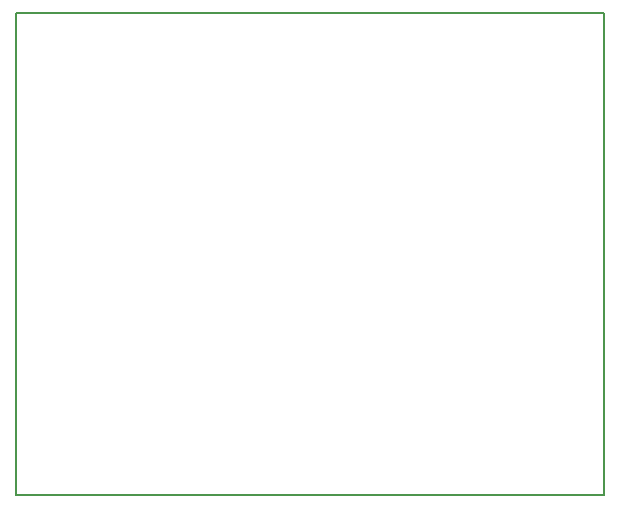
<source format=gm1>
G04 MADE WITH FRITZING*
G04 WWW.FRITZING.ORG*
G04 DOUBLE SIDED*
G04 HOLES PLATED*
G04 CONTOUR ON CENTER OF CONTOUR VECTOR*
%ASAXBY*%
%FSLAX23Y23*%
%MOIN*%
%OFA0B0*%
%SFA1.0B1.0*%
%ADD10R,1.968500X1.614170*%
%ADD11C,0.008000*%
%ADD10C,0.008*%
%LNCONTOUR*%
G90*
G70*
G54D10*
G54D11*
X4Y1610D02*
X1965Y1610D01*
X1965Y4D01*
X4Y4D01*
X4Y1610D01*
D02*
G04 End of contour*
M02*
</source>
